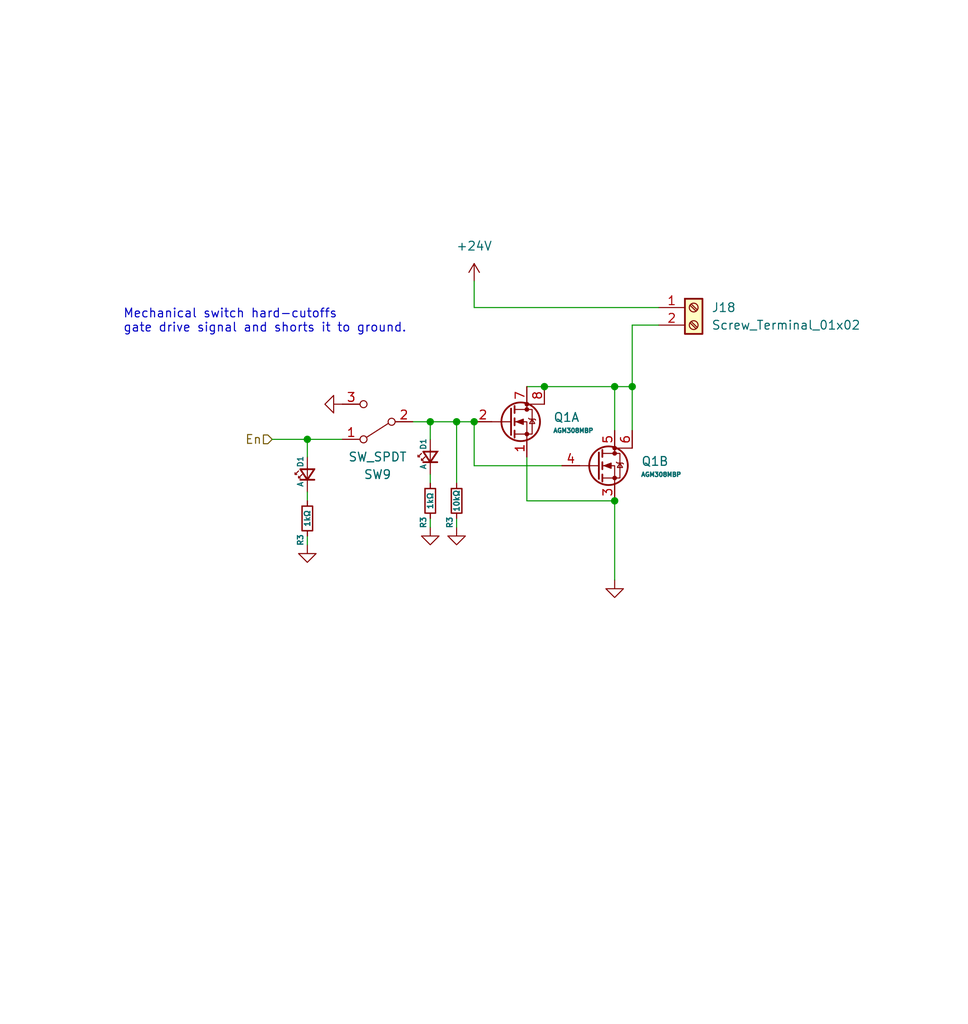
<source format=kicad_sch>
(kicad_sch (version 20230121) (generator eeschema)
  (paper "User" 140.005 148.006)
  (lib_symbols
    (symbol "Connector:Screw_Terminal_01x02" (pin_names (offset 1.016) hide)
      (property "Reference" "J" (at 0 2.54 0))
      (property "Value" "Screw_Terminal_01x02" (at 0 -5.08 0))
      (symbol "Screw_Terminal_01x02_1_1"
        (rectangle (start -1.27 1.27) (end 1.27 -3.81) (stroke (width 0.254)) (fill (type background)))
        (circle (center 0 -2.54) (radius 0.635) (stroke (width 0.1524)))
        (polyline (pts (xy -0.5334 -2.2098) (xy 0.3302 -3.048)) (stroke (width 0.1524)))
        (polyline (pts (xy -0.5334 0.3302) (xy 0.3302 -0.508)) (stroke (width 0.1524)))
        (polyline (pts (xy -0.3556 -2.032) (xy 0.508 -2.8702)) (stroke (width 0.1524)))
        (polyline (pts (xy -0.3556 0.508) (xy 0.508 -0.3302)) (stroke (width 0.1524)))
        (circle (center 0 0) (radius 0.635) (stroke (width 0.1524)))
        (pin passive line (at -5.08 0 0) (length 3.81) (name "Pin_1") (number "1"))
        (pin passive line (at -5.08 -2.54 0) (length 3.81) (name "Pin_2") (number "2"))
      )
    )
    (symbol "Device:LED_Small" (pin_numbers hide) (pin_names (offset 0.254) hide)
      (property "Reference" "D" (at -1.27 3.175 0))
      (property "Value" "LED_Small" (at -4.445 -2.54 0))
      (symbol "LED_Small_0_1"
        (polyline (pts (xy -0.762 -1.016) (xy -0.762 1.016)) (stroke (width 0.254)))
        (polyline (pts (xy 1.016 0) (xy -0.762 0)))
        (polyline (pts (xy 0.762 -1.016) (xy -0.762 0) (xy 0.762 1.016) (xy 0.762 -1.016)) (stroke (width 0.254)))
        (polyline (pts (xy 0 0.762) (xy -0.508 1.27) (xy -0.254 1.27) (xy -0.508 1.27) (xy -0.508 1.016)))
        (polyline (pts (xy 0.508 1.27) (xy 0 1.778) (xy 0.254 1.778) (xy 0 1.778) (xy 0 1.524)))
      )
      (symbol "LED_Small_1_1"
        (pin passive line (at -2.54 0 0) (length 1.778) (name "K") (number "1"))
        (pin passive line (at 2.54 0 180) (length 1.778) (name "A") (number "2"))
      )
    )
    (symbol "Device:Q_Dual_NMOS_S1G1S2G2D2D2D1D1" (pin_names (offset 0) hide)
      (property "Reference" "Q" (at 5.08 1.27 0))
      (property "Value" "Q_Dual_NMOS_S1G1S2G2D2D2D1D1" (at 5.08 -1.27 0))
      (symbol "Q_Dual_NMOS_S1G1S2G2D2D2D1D1_0_1"
        (polyline (pts (xy 0.254 0) (xy -2.54 0)))
        (polyline (pts (xy 0.254 1.905) (xy 0.254 -1.905)) (stroke (width 0.254)))
        (polyline (pts (xy 0.762 -1.27) (xy 0.762 -2.286)) (stroke (width 0.254)))
        (polyline (pts (xy 0.762 0.508) (xy 0.762 -0.508)) (stroke (width 0.254)))
        (polyline (pts (xy 0.762 2.286) (xy 0.762 1.27)) (stroke (width 0.254)))
        (polyline (pts (xy 2.54 2.54) (xy 2.54 1.778)))
        (polyline (pts (xy 5.08 2.54) (xy 2.54 2.54)))
        (polyline (pts (xy 2.54 -2.54) (xy 2.54 0) (xy 0.762 0)))
        (polyline (pts (xy 0.762 -1.778) (xy 3.302 -1.778) (xy 3.302 1.778) (xy 0.762 1.778)))
        (polyline (pts (xy 1.016 0) (xy 2.032 0.381) (xy 2.032 -0.381) (xy 1.016 0)) (fill (type outline)))
        (polyline (pts (xy 2.794 0.508) (xy 2.921 0.381) (xy 3.683 0.381) (xy 3.81 0.254)))
        (polyline (pts (xy 3.302 0.381) (xy 2.921 -0.254) (xy 3.683 -0.254) (xy 3.302 0.381)))
        (circle (center 1.651 0) (radius 2.794) (stroke (width 0.254)))
        (circle (center 2.54 -1.778) (radius 0.254) (fill (type outline)))
        (circle (center 2.54 1.778) (radius 0.254) (fill (type outline)))
        (circle (center 2.54 2.54) (radius 0.254) (fill (type outline)))
      )
      (symbol "Q_Dual_NMOS_S1G1S2G2D2D2D1D1_1_1"
        (pin passive line (at 2.54 -5.08 90) (length 2.54) (name "S") (number "1"))
        (pin input line (at -5.08 0 0) (length 2.54) (name "G") (number "2"))
        (pin passive line (at 2.54 5.08 270) (length 2.54) (name "D") (number "7"))
        (pin passive line (at 5.08 5.08 270) (length 2.54) (name "D") (number "8"))
      )
      (symbol "Q_Dual_NMOS_S1G1S2G2D2D2D1D1_2_1"
        (pin passive line (at 2.54 -5.08 90) (length 2.54) (name "S") (number "3"))
        (pin input line (at -5.08 0 0) (length 2.54) (name "G") (number "4"))
        (pin passive line (at 2.54 5.08 270) (length 2.54) (name "D") (number "5"))
        (pin passive line (at 5.08 5.08 270) (length 2.54) (name "D") (number "6"))
      )
    )
    (symbol "Device:R_Small" (pin_numbers hide) (pin_names (offset 0.254) hide)
      (property "Reference" "R" (at 0.762 0.508 0))
      (property "Value" "R_Small" (at 0.762 -1.016 0))
      (symbol "R_Small_0_1"
        (rectangle (start -0.762 1.778) (end 0.762 -1.778) (stroke (width 0.2032)))
      )
      (symbol "R_Small_1_1"
        (pin passive line (at 0 2.54 270) (length 0.762) (name "~") (number "1"))
        (pin passive line (at 0 -2.54 90) (length 0.762) (name "~") (number "2"))
      )
    )
    (symbol "Switch:SW_SPDT" (pin_names (offset 0) hide)
      (property "Reference" "SW" (at 0 4.318 0))
      (property "Value" "SW_SPDT" (at 0 -5.08 0))
      (symbol "SW_SPDT_0_0"
        (circle (center -2.032 0) (radius 0.508))
        (circle (center 2.032 -2.54) (radius 0.508))
      )
      (symbol "SW_SPDT_0_1"
        (polyline (pts (xy -1.524 0.254) (xy 1.651 2.286)))
        (circle (center 2.032 2.54) (radius 0.508))
      )
      (symbol "SW_SPDT_1_1"
        (pin passive line (at 5.08 2.54 180) (length 2.54) (name "A") (number "1"))
        (pin passive line (at -5.08 0 0) (length 2.54) (name "B") (number "2"))
        (pin passive line (at 5.08 -2.54 180) (length 2.54) (name "C") (number "3"))
      )
    )
    (symbol "power:+24V" (power) (pin_names (offset 0))
      (property "Value" "+24V" (at 0 3.556 0))
      (symbol "+24V_0_1"
        (polyline (pts (xy -0.762 1.27) (xy 0 2.54)))
        (polyline (pts (xy 0 0) (xy 0 2.54)))
        (polyline (pts (xy 0 2.54) (xy 0.762 1.27)))
      )
      (symbol "+24V_1_1"
        (pin power_in line (at 0 0 90) (length 0) hide (name "+24V") (number "1"))
      )
    )
    (symbol "power:GND" (power) (pin_names (offset 0))
      (property "Value" "GND" (at 0 -3.81 0))
      (symbol "GND_0_1"
        (polyline (pts (xy 0 0) (xy 0 -1.27) (xy 1.27 -1.27) (xy 0 -2.54) (xy -1.27 -1.27) (xy 0 -1.27)))
      )
      (symbol "GND_1_1"
        (pin power_in line (at 0 0 270) (length 0) hide (name "GND") (number "1"))
      )
    )
  )
  (junction (at 66.04 60.96))
  (junction (at 88.9 72.39))
  (junction (at 88.9 55.88))
  (junction (at 44.45 63.5))
  (junction (at 62.23 60.96))
  (junction (at 91.44 55.88))
  (junction (at 78.74 55.88))
  (junction (at 68.58 60.96))
  (wire (pts (xy 81.28 67.31) (xy 68.58 67.31)))
  (wire (pts (xy 76.2 72.39) (xy 88.9 72.39)))
  (wire (pts (xy 68.58 67.31) (xy 68.58 60.96)))
  (wire (pts (xy 88.9 55.88) (xy 88.9 62.23)))
  (wire (pts (xy 91.44 55.88) (xy 91.44 62.23)))
  (wire (pts (xy 66.04 60.96) (xy 66.04 69.85)))
  (wire (pts (xy 91.44 46.99) (xy 91.44 55.88)))
  (wire (pts (xy 95.25 46.99) (xy 91.44 46.99)))
  (wire (pts (xy 76.2 55.88) (xy 78.74 55.88)))
  (wire (pts (xy 78.74 55.88) (xy 88.9 55.88)))
  (wire (pts (xy 68.58 40.64) (xy 68.58 44.45)))
  (wire (pts (xy 44.45 63.5) (xy 49.53 63.5)))
  (wire (pts (xy 95.25 44.45) (xy 68.58 44.45)))
  (wire (pts (xy 59.69 60.96) (xy 62.23 60.96)))
  (wire (pts (xy 62.23 60.96) (xy 62.23 63.5)))
  (wire (pts (xy 39.37 63.5) (xy 44.45 63.5)))
  (wire (pts (xy 88.9 72.39) (xy 88.9 83.82)))
  (wire (pts (xy 88.9 55.88) (xy 91.44 55.88)))
  (wire (pts (xy 62.23 60.96) (xy 66.04 60.96)))
  (wire (pts (xy 76.2 66.04) (xy 76.2 72.39)))
  (wire (pts (xy 66.04 60.96) (xy 68.58 60.96)))
  (wire (pts (xy 44.45 78.74) (xy 44.45 77.47)))
  (wire (pts (xy 66.04 76.2) (xy 66.04 74.93)))
  (wire (pts (xy 62.23 76.2) (xy 62.23 74.93)))
  (wire (pts (xy 44.45 72.39) (xy 44.45 71.12)))
  (wire (pts (xy 62.23 69.85) (xy 62.23 68.58)))
  (wire (pts (xy 44.45 63.5) (xy 44.45 66.04)))
  (text "Mechanical switch hard-cutoffs \ngate drive signal and shorts it to ground." (at 17.78 48.26 0) (effects (font (size 1.27 1.27)) (justify left bottom)))
  (hierarchical_label "En" (shape input) (at 39.37 63.5 180))
  (symbol (lib_id "Connector:Screw_Terminal_01x02") (at 100.33 44.45 0) (unit 1)
    (property "Reference" "J18" (at 102.87 44.45 0) (effects (justify left)))
    (property "Value" "Screw_Terminal_01x02" (at 102.87 46.99 0) (effects (justify left)))
    (property "Footprint" "corevus:DB125-3.81-2P" (effects hide))
    (instances (project "mainboard" (path "" (reference "J18") (unit 1)) (path "" (reference "J17") (unit 1)) (path "" (reference "J19") (unit 1)) (path "" (reference "J20") (unit 1))))
  )
  (symbol (lib_id "power:GND") (at 88.9 83.82 0) (unit 1)
    (property "Reference" "#PWR0118" (effects hide))
    (property "Value" "GND" (effects hide))
    (instances (project "mainboard" (path "" (reference "#PWR0118") (unit 1)) (path "" (reference "#PWR0118") (unit 1)) (path "" (reference "#PWR0141") (unit 1)) (path "" (reference "#PWR0149") (unit 1)) (path "" (reference "#PWR0170") (unit 1)) (path "" (reference "#PWR0168") (unit 1)) (path "" (reference "#PWR0174") (unit 1)) (path "" (reference "#PWR0205") (unit 1))))
  )
  (symbol (lib_id "Device:LED_Small") (at 44.45 68.58 90) (unit 1)
    (property "Reference" "D1" (at 43.45 67.58 0) (effects (font (size 0.8 0.8)) (justify left)))
    (property "Value" "A" (at 43.45 69.58 0) (effects (font (size 0.8 0.8)) (justify right)))
    (property "Footprint" "AlphaLib:0603LED" (effects hide))
    (instances (project "driver-tmc5160" (path "" (reference "D1") (unit 1))) (project "mainboard" (path "" (reference "D18") (unit 1)) (path "" (reference "D5") (unit 1)) (path "" (reference "D6") (unit 1)) (path "" (reference "D7") (unit 1)) (path "" (reference "D13") (unit 1)) (path "" (reference "D14") (unit 1)) (path "" (reference "D15") (unit 1)) (path "" (reference "D11") (unit 1))))
  )
  (symbol (lib_id "power:GND") (at 66.04 76.2 0) (unit 1)
    (property "Reference" "#PWR0162" (effects hide))
    (property "Value" "GND" (effects hide))
    (instances (project "mainboard" (path "" (reference "#PWR0162") (unit 1)) (path "" (reference "#PWR0157") (unit 1)) (path "" (reference "#PWR0155") (unit 1)) (path "" (reference "#PWR0159") (unit 1)) (path "" (reference "#PWR0164") (unit 1)) (path "" (reference "#PWR0166") (unit 1)) (path "" (reference "#PWR0172") (unit 1)) (path "" (reference "#PWR0203") (unit 1))))
  )
  (symbol (lib_id "power:GND") (at 49.53 58.42 270) (unit 1)
    (property "Reference" "#PWR0180" (effects hide))
    (property "Value" "GND" (effects hide))
    (instances (project "mainboard" (path "" (reference "#PWR0180") (unit 1)) (path "" (reference "#PWR0156") (unit 1)) (path "" (reference "#PWR0154") (unit 1)) (path "" (reference "#PWR0158") (unit 1)) (path "" (reference "#PWR0191") (unit 1)) (path "" (reference "#PWR0190") (unit 1)) (path "" (reference "#PWR0192") (unit 1)) (path "" (reference "#PWR0201") (unit 1))))
  )
  (symbol (lib_id "power:+24V") (at 68.58 40.64 0) (unit 1)
    (property "Reference" "#PWR0160" (effects hide))
    (property "Value" "+24V" (at 68.58 35.56 0))
    (instances (project "mainboard" (path "" (reference "#PWR0160") (unit 1)) (path "" (reference "#PWR0167") (unit 1)) (path "" (reference "#PWR0173") (unit 1)) (path "" (reference "#PWR0204") (unit 1))))
  )
  (symbol (lib_id "Device:Q_Dual_NMOS_S1G1S2G2D2D2D1D1") (at 86.36 67.31 0) (unit 2)
    (property "Reference" "Q1" (at 92.71 66.675 0) (effects (justify left)))
    (property "Value" "AGM308MBP" (at 92.71 68.58 0) (effects (font (size 0.635 0.635)) (justify left)))
    (property "Footprint" "corevus:AGM308MBP" (effects hide))
    (instances (project "mainboard" (path "" (reference "Q1") (unit 2)) (path "" (reference "Q2") (unit 2)) (path "" (reference "Q3") (unit 2)) (path "" (reference "Q4") (unit 2)) (path "" (reference "Q5") (unit 2)) (path "" (reference "Q6") (unit 2)) (path "" (reference "Q7") (unit 2))))
  )
  (symbol (lib_id "Device:R_Small") (at 44.45 74.93 0) (mirror y) (unit 1)
    (property "Reference" "R3" (at 43.45 77.2 90) (effects (font (size 0.8 0.8)) (justify right)))
    (property "Value" "1kΩ" (at 44.45 74.93 90) (effects (font (size 0.8 0.8))))
    (property "Footprint" "AlphaLib:0603R" (effects hide))
    (instances (project "driver-tmc5160" (path "" (reference "R3") (unit 1))) (project "mainboard" (path "" (reference "R76") (unit 1)) (path "" (reference "R59") (unit 1)) (path "" (reference "R57") (unit 1)) (path "" (reference "R61") (unit 1)) (path "" (reference "R70") (unit 1)) (path "" (reference "R71") (unit 1)) (path "" (reference "R72") (unit 1)) (path "" (reference "R67") (unit 1))))
  )
  (symbol (lib_id "power:GND") (at 62.23 76.2 0) (unit 1)
    (property "Reference" "#PWR0161" (effects hide))
    (property "Value" "GND" (effects hide))
    (instances (project "mainboard" (path "" (reference "#PWR0161") (unit 1)) (path "" (reference "#PWR0156") (unit 1)) (path "" (reference "#PWR0154") (unit 1)) (path "" (reference "#PWR0158") (unit 1)) (path "" (reference "#PWR0163") (unit 1)) (path "" (reference "#PWR0165") (unit 1)) (path "" (reference "#PWR0171") (unit 1)) (path "" (reference "#PWR0202") (unit 1))))
  )
  (symbol (lib_id "Device:R_Small") (at 66.04 72.39 0) (mirror y) (unit 1)
    (property "Reference" "R3" (at 65.04 74.66 90) (effects (font (size 0.8 0.8)) (justify right)))
    (property "Value" "10kΩ" (at 66.04 72.39 90) (effects (font (size 0.8 0.8))))
    (property "Footprint" "AlphaLib:0603R" (effects hide))
    (instances (project "driver-tmc5160" (path "" (reference "R3") (unit 1))) (project "mainboard" (path "" (reference "R77") (unit 1)) (path "" (reference "R60") (unit 1)) (path "" (reference "R58") (unit 1)) (path "" (reference "R62") (unit 1)) (path "" (reference "R52") (unit 1)) (path "" (reference "R64") (unit 1)) (path "" (reference "R66") (unit 1)) (path "" (reference "R73") (unit 1))))
  )
  (symbol (lib_id "Device:Q_Dual_NMOS_S1G1S2G2D2D2D1D1") (at 73.66 60.96 0) (unit 1)
    (property "Reference" "Q1" (at 80.01 60.325 0) (effects (justify left)))
    (property "Value" "AGM308MBP" (at 80.01 62.23 0) (effects (font (size 0.635 0.635)) (justify left)))
    (property "Footprint" "corevus:AGM308MBP" (effects hide))
    (instances (project "mainboard" (path "" (reference "Q1") (unit 1)) (path "" (reference "Q2") (unit 1)) (path "" (reference "Q3") (unit 1)) (path "" (reference "Q4") (unit 1)) (path "" (reference "Q5") (unit 1)) (path "" (reference "Q6") (unit 1)) (path "" (reference "Q7") (unit 1))))
  )
  (symbol (lib_id "Device:LED_Small") (at 62.23 66.04 90) (unit 1)
    (property "Reference" "D1" (at 61.23 65.04 0) (effects (font (size 0.8 0.8)) (justify left)))
    (property "Value" "A" (at 61.23 67.04 0) (effects (font (size 0.8 0.8)) (justify right)))
    (property "Footprint" "AlphaLib:0603LED" (effects hide))
    (instances (project "driver-tmc5160" (path "" (reference "D1") (unit 1))) (project "mainboard" (path "" (reference "D18") (unit 1)) (path "" (reference "D5") (unit 1)) (path "" (reference "D6") (unit 1)) (path "" (reference "D7") (unit 1)) (path "" (reference "D8") (unit 1)) (path "" (reference "D9") (unit 1)) (path "" (reference "D10") (unit 1)) (path "" (reference "D16") (unit 1))))
  )
  (symbol (lib_id "Device:R_Small") (at 62.23 72.39 0) (mirror y) (unit 1)
    (property "Reference" "R3" (at 61.23 74.66 90) (effects (font (size 0.8 0.8)) (justify right)))
    (property "Value" "1kΩ" (at 62.23 72.39 90) (effects (font (size 0.8 0.8))))
    (property "Footprint" "AlphaLib:0603R" (effects hide))
    (instances (project "driver-tmc5160" (path "" (reference "R3") (unit 1))) (project "mainboard" (path "" (reference "R76") (unit 1)) (path "" (reference "R59") (unit 1)) (path "" (reference "R57") (unit 1)) (path "" (reference "R61") (unit 1)) (path "" (reference "R50") (unit 1)) (path "" (reference "R63") (unit 1)) (path "" (reference "R65") (unit 1)) (path "" (reference "R68") (unit 1))))
  )
  (symbol (lib_id "power:GND") (at 44.45 78.74 0) (unit 1)
    (property "Reference" "#PWR0161" (effects hide))
    (property "Value" "GND" (effects hide))
    (instances (project "mainboard" (path "" (reference "#PWR0161") (unit 1)) (path "" (reference "#PWR0156") (unit 1)) (path "" (reference "#PWR0154") (unit 1)) (path "" (reference "#PWR0158") (unit 1)) (path "" (reference "#PWR0177") (unit 1)) (path "" (reference "#PWR0181") (unit 1)) (path "" (reference "#PWR0182") (unit 1)) (path "" (reference "#PWR0200") (unit 1))))
  )
  (symbol (lib_id "Switch:SW_SPDT") (at 54.61 60.96 180) (unit 1)
    (property "Reference" "SW9" (at 54.61 68.58 0))
    (property "Value" "SW_SPDT" (at 54.61 66.04 0))
    (property "Footprint" "corevus:MSS12C02-LS" (effects hide))
    (instances (project "mainboard" (path "" (reference "SW9") (unit 1)) (path "" (reference "SW10") (unit 1)) (path "" (reference "SW11") (unit 1)) (path "" (reference "SW12") (unit 1)) (path "" (reference "SW1") (unit 1))))
  )
)
</source>
